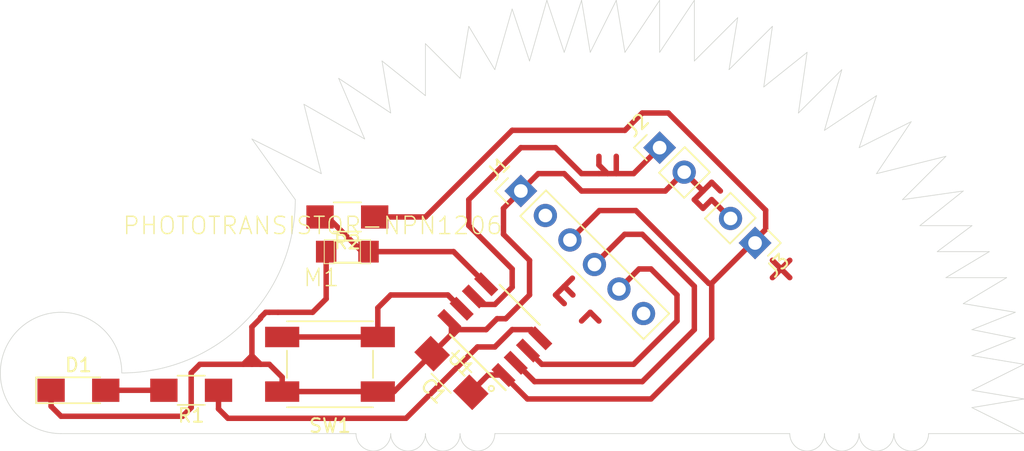
<source format=kicad_pcb>
(kicad_pcb (version 20241229) (generator "pcbnew") (generator_version "9.0")
  (layers (0 "F.Cu" signal) (2 "B.Cu" signal) (13 "F.Paste" user) (15 "B.Paste" user) (5 "F.SilkS" user) (7 "B.SilkS" user) (1 "F.Mask" user) (3 "B.Mask" user) (25 "Edge.Cuts" user))
  (net 0 "")
  (net 1 "VCC")
  (net 2 "GND")
  (net 3 "Net-(D1-Pad2)")
  (net 4 "RX")
  (net 5 "TX")
  (net 6 "UPDI")
  (net 7 "SENSOR")
  (net 8 "LED")
  (net 9 "BUTTON")
  (footprint "FabAcademy:C_1206" (layer "F.Cu") (at 117.475 98.425 135)
    (property "Reference" "C1" (at 0 -1.850001 135) (layer "F.SilkS"))
    (property "Value" "1u")
    (fp_line (start -1 -1.07) (end 1 -1.07) (stroke (width 0.12)) (layer "F.SilkS"))
    (fp_line (start 1 1.07) (end -1 1.07) (stroke (width 0.12)) (layer "F.SilkS"))
    (pad "1" smd rect (at -2.000001 0 135) (size 2 1.7) (layers "F.Cu" "F.Mask" "F.Paste") (net 1 "VCC"))
    (pad "2" smd rect (at 2.000001 0 135) (size 2 1.7) (layers "F.Cu" "F.Mask" "F.Paste") (net 2 "GND"))
  )
  (footprint "FabAcademy:LED_1206" (layer "F.Cu") (at 90.17 99.695)
    (property "Reference" "D1" (at 0 -1.85 0) (layer "F.SilkS"))
    (property "Value" "LED")
    (fp_line (start -3.1 -0.95) (end -3.1 0.95) (stroke (width 0.12)) (layer "F.SilkS"))
    (fp_line (start -3.1 -0.95) (end 1.6 -0.95) (stroke (width 0.12)) (layer "F.SilkS"))
    (fp_line (start -3.1 0.95) (end 1.6 0.95) (stroke (width 0.12)) (layer "F.SilkS"))
    (pad "1" smd rect (at -2 0) (size 2 1.7) (layers "F.Cu" "F.Mask" "F.Paste") (net 2 "GND"))
    (pad "2" smd rect (at 2 0) (size 2 1.7) (layers "F.Cu" "F.Mask" "F.Paste") (net 3 "Net-(D1-Pad2)"))
  )
  (footprint "Connector_PinHeader_2.54mm:PinHeader_1x02_P2.54mm_Vertical" (layer "F.Cu") (at 132.715 81.915 45)
    (property "Reference" "J2" (at 0 -2.33 45) (layer "F.SilkS"))
    (property "Value" "Conn_UPDI_01x02_Male")
    (fp_line (start -1.33 -1.33) (end 0 -1.33) (stroke (width 0.12)) (layer "F.SilkS"))
    (fp_line (start -1.33 0) (end -1.33 -1.33) (stroke (width 0.12)) (layer "F.SilkS"))
    (fp_line (start -1.33 1.270001) (end -1.33 3.87) (stroke (width 0.12)) (layer "F.SilkS"))
    (fp_line (start -1.33 1.270001) (end 1.33 1.270001) (stroke (width 0.12)) (layer "F.SilkS"))
    (fp_line (start -1.33 3.87) (end 1.33 3.87) (stroke (width 0.12)) (layer "F.SilkS"))
    (fp_line (start 1.33 1.270001) (end 1.33 3.87) (stroke (width 0.12)) (layer "F.SilkS"))
    (pad "1" thru_hole rect (at 0 0 45) (size 1.7 1.7) (drill 1) (layers "*.Cu" "*.Mask") (net 6 "UPDI"))
    (pad "2" thru_hole oval (at 0 2.54 45) (size 1.7 1.7) (drill 1) (layers "*.Cu" "*.Mask") (net 2 "GND"))
  )
  (footprint "FabAcademy:fab-OP1206" (layer "F.Cu") (at 109.855 89.535 180)
    (property "Reference" "M1" (at 1.905 -1.905 0) (layer "F.SilkS") (effects (font (size 1.27 1.27) (thickness 0.1016))))
    (property "Value" "PHOTOTRANSISTOR-NPN1206" (at 2.54 1.905 0) (layer "F.SilkS") (effects (font (size 1.27 1.27) (thickness 0.1016))))
    (fp_line (start 1.6891 0.8763) (end 1.6891 -0.8763) (stroke (width 0.06604)) (layer "F.SilkS"))
    (fp_line (start 0.9525 0.8763) (end 1.6891 0.8763) (stroke (width 0.06604)) (layer "F.SilkS"))
    (fp_line (start 0.9525 0.8763) (end 0.9525 -0.8763) (stroke (width 0.06604)) (layer "F.SilkS"))
    (fp_line (start 0.9525 0.8128) (end -0.9652 0.8128) (stroke (width 0.1524)) (layer "F.SilkS"))
    (fp_line (start 0.9525 -0.8128) (end -0.9652 -0.8128) (stroke (width 0.1524)) (layer "F.SilkS"))
    (fp_line (start 0.9525 -0.8763) (end 1.6891 -0.8763) (stroke (width 0.06604)) (layer "F.SilkS"))
    (fp_line (start -0.9525 0.8763) (end -0.9525 -0.8763) (stroke (width 0.06604)) (layer "F.SilkS"))
    (fp_line (start -1.6891 0.8763) (end -0.9525 0.8763) (stroke (width 0.06604)) (layer "F.SilkS"))
    (fp_line (start -1.6891 0.8763) (end -1.6891 -0.8763) (stroke (width 0.06604)) (layer "F.SilkS"))
    (fp_line (start -1.6891 -0.8763) (end -0.9525 -0.8763) (stroke (width 0.06604)) (layer "F.SilkS"))
    (pad "COLLECTOR" smd rect (at -1.5494 0 180) (size 1.4986 1.59766) (layers "F.Cu" "F.Mask" "F.Paste") (net 7 "SENSOR"))
    (pad "EMITTER" smd rect (at 1.5494 0 180) (size 1.4986 1.59766) (layers "F.Cu" "F.Mask" "F.Paste") (net 2 "GND"))
  )
  (footprint "FabAcademy:R_1206" (layer "F.Cu") (at 98.425 99.695 180)
    (property "Reference" "R1" (at 0 -1.85 0) (layer "F.SilkS"))
    (property "Value" "5k")
    (fp_line (start 1 1.07) (end -1 1.07) (stroke (width 0.12)) (layer "F.SilkS"))
    (fp_line (start -1 -1.07) (end 1 -1.07) (stroke (width 0.12)) (layer "F.SilkS"))
    (pad "1" smd rect (at -2 0 180) (size 2 1.7) (layers "F.Cu" "F.Mask" "F.Paste") (net 8 "LED"))
    (pad "2" smd rect (at 2 0 180) (size 2 1.7) (layers "F.Cu" "F.Mask" "F.Paste") (net 3 "Net-(D1-Pad2)"))
  )
  (footprint "FabAcademy:R_1206" (layer "F.Cu") (at 109.855 86.995 180)
    (property "Reference" "R2" (at 0 -1.85 0) (layer "F.SilkS"))
    (property "Value" "10k")
    (fp_line (start 1 1.07) (end -1 1.07) (stroke (width 0.12)) (layer "F.SilkS"))
    (fp_line (start -1 -1.07) (end 1 -1.07) (stroke (width 0.12)) (layer "F.SilkS"))
    (pad "1" smd rect (at -2 0 180) (size 2 1.7) (layers "F.Cu" "F.Mask" "F.Paste") (net 1 "VCC"))
    (pad "2" smd rect (at 2 0 180) (size 2 1.7) (layers "F.Cu" "F.Mask" "F.Paste") (net 7 "SENSOR"))
  )
  (footprint "FabAcademy:Button_Omron_B3SN_6x6mm" (layer "F.Cu") (at 108.585 97.79 180)
    (property "Reference" "SW1" (at 0 -4.5 0) (layer "F.SilkS"))
    (property "Value" "BUTTON_B3SN")
    (fp_line (start 3.15 3.15) (end -3.15 3.15) (stroke (width 0.12)) (layer "F.SilkS"))
    (fp_line (start 3.15 -1) (end 3.15 1) (stroke (width 0.12)) (layer "F.SilkS"))
    (fp_line (start -3.15 1) (end -3.15 -1) (stroke (width 0.12)) (layer "F.SilkS"))
    (fp_line (start -3.15 -3.15) (end 3.15 -3.15) (stroke (width 0.12)) (layer "F.SilkS"))
    (pad "1" smd rect (at -3.5 -2 180) (size 2.5 1.5) (layers "F.Cu" "F.Mask" "F.Paste") (net 2 "GND"))
    (pad "1" smd rect (at 3.5 -2 180) (size 2.5 1.5) (layers "F.Cu" "F.Mask" "F.Paste") (net 2 "GND"))
    (pad "2" smd rect (at -3.5 2 180) (size 2.5 1.5) (layers "F.Cu" "F.Mask" "F.Paste") (net 9 "BUTTON"))
    (pad "2" smd rect (at 3.5 2 180) (size 2.5 1.5) (layers "F.Cu" "F.Mask" "F.Paste") (net 9 "BUTTON"))
  )
  (footprint "FabAcademy:SOIC-8_3.9x4.9mm_P1.27mm" (layer "F.Cu") (at 120.65 95.25 135)
    (property "Reference" "U1" (at 0 -3.5 135) (layer "F.SilkS"))
    (property "Value" "Microcontroller_ATtiny412_SSFR")
    (fp_line (start -3.69 -2.575) (end 2.075001 -2.575) (stroke (width 0.15)) (layer "F.SilkS"))
    (fp_line (start -2.075001 2.575) (end 2.075001 2.575) (stroke (width 0.15)) (layer "F.SilkS"))
    (fp_circle (center -2.87 -3.229999) (end -2.67 -3.23) (stroke (width 0.12)) (fill no) (layer "F.SilkS"))
    (pad "1" smd rect (at -2.8 -1.904999 135) (size 1.8 0.7) (layers "F.Cu" "F.Mask" "F.Paste") (net 1 "VCC"))
    (pad "2" smd rect (at -2.8 -0.635 135) (size 1.8 0.7) (layers "F.Cu" "F.Mask" "F.Paste") (net 5 "TX"))
    (pad "3" smd rect (at -2.8 0.635 135) (size 1.8 0.7) (layers "F.Cu" "F.Mask" "F.Paste") (net 4 "RX"))
    (pad "4" smd rect (at -2.8 1.904999 135) (size 1.8 0.7) (layers "F.Cu" "F.Mask" "F.Paste") (net 8 "LED"))
    (pad "5" smd rect (at 2.8 1.904999 135) (size 1.8 0.7) (layers "F.Cu" "F.Mask" "F.Paste") (net 7 "SENSOR"))
    (pad "6" smd rect (at 2.8 0.635 135) (size 1.8 0.7) (layers "F.Cu" "F.Mask" "F.Paste") (net 6 "UPDI"))
    (pad "7" smd rect (at 2.8 -0.635 135) (size 1.8 0.7) (layers "F.Cu" "F.Mask" "F.Paste") (net 9 "BUTTON"))
    (pad "8" smd rect (at 2.8 -1.904999 135) (size 1.8 0.7) (layers "F.Cu" "F.Mask" "F.Paste") (net 2 "GND"))
  )
  (footprint "Connector_PinHeader_2.54mm:PinHeader_1x06_P2.54mm_Vertical" (layer "F.Cu") (at 122.555 85.09 45)
    (property "Reference" "J1" (at 0 -2.33 45) (layer "F.SilkS"))
    (property "Value" "Conn_FTDI_01x06_Male")
    (fp_line (start -1.33 -1.33) (end 0 -1.33) (stroke (width 0.12)) (layer "F.SilkS"))
    (fp_line (start -1.33 0) (end -1.33 -1.33) (stroke (width 0.12)) (layer "F.SilkS"))
    (fp_line (start -1.33 1.270001) (end 1.33 1.270001) (stroke (width 0.12)) (layer "F.SilkS"))
    (fp_line (start -1.33 1.270001) (end -1.33 14.03) (stroke (width 0.12)) (layer "F.SilkS"))
    (fp_line (start 1.33 1.270001) (end 1.33 14.03) (stroke (width 0.12)) (layer "F.SilkS"))
    (fp_line (start -1.33 14.03) (end 1.33 14.03) (stroke (width 0.12)) (layer "F.SilkS"))
    (pad "1" thru_hole rect (at 0 0 45) (size 1.7 1.7) (drill 1) (layers "*.Cu" "*.Mask") (net 2 "GND"))
    (pad "2" thru_hole oval (at 0 2.54 45) (size 1.7 1.7) (drill 1) (layers "*.Cu" "*.Mask"))
    (pad "3" thru_hole oval (at 0 5.079999 45) (size 1.7 1.7) (drill 1) (layers "*.Cu" "*.Mask") (net 1 "VCC"))
    (pad "4" thru_hole oval (at 0 7.62 45) (size 1.7 1.7) (drill 1) (layers "*.Cu" "*.Mask") (net 5 "TX"))
    (pad "5" thru_hole oval (at 0 10.16 45) (size 1.7 1.7) (drill 1) (layers "*.Cu" "*.Mask") (net 4 "RX"))
    (pad "6" thru_hole oval (at 0 12.7 45) (size 1.7 1.7) (drill 1) (layers "*.Cu" "*.Mask"))
  )
  (footprint "Connector_PinHeader_2.54mm:PinHeader_1x02_P2.54mm_Vertical" (layer "F.Cu") (at 139.7 88.9 -135)
    (property "Reference" "J3" (at 0 -2.33 45) (layer "F.SilkS"))
    (property "Value" "Conn_01x02_Male")
    (fp_line (start 1.33 1.270001) (end 1.33 3.87) (stroke (width 0.12)) (layer "F.SilkS"))
    (fp_line (start -1.33 3.87) (end 1.33 3.87) (stroke (width 0.12)) (layer "F.SilkS"))
    (fp_line (start -1.33 1.270001) (end 1.33 1.270001) (stroke (width 0.12)) (layer "F.SilkS"))
    (fp_line (start -1.33 1.270001) (end -1.33 3.87) (stroke (width 0.12)) (layer "F.SilkS"))
    (fp_line (start -1.33 0) (end -1.33 -1.33) (stroke (width 0.12)) (layer "F.SilkS"))
    (fp_line (start -1.33 -1.33) (end 0 -1.33) (stroke (width 0.12)) (layer "F.SilkS"))
    (pad "1" thru_hole rect (at 0 0 225) (size 1.7 1.7) (drill 1) (layers "*.Cu" "*.Mask") (net 1 "VCC"))
    (pad "2" thru_hole oval (at 0 2.54 225) (size 1.7 1.7) (drill 1) (layers "*.Cu" "*.Mask") (net 2 "GND"))
  )
  (gr_line (start 159.385 102.87) (end 152.4 102.87) (stroke (width 0.05)) (layer "Edge.Cuts"))
  (gr_line (start 142.24 102.87) (end 120.65 102.87) (stroke (width 0.05)) (layer "Edge.Cuts"))
  (gr_line (start 110.49 102.87) (end 88.9 102.87) (stroke (width 0.05)) (layer "Edge.Cuts"))
  (gr_line (start 155.575 97.155) (end 159.385 97.79) (stroke (width 0.05)) (layer "Edge.Cuts"))
  (gr_arc (start 106.045 85.725) (mid 102.325256 94.705256) (end 93.345 98.425) (stroke (width 0.05)) (layer "Edge.Cuts"))
  (gr_arc (start 88.9 102.87) (mid 85.75691 95.28191) (end 93.345 98.425) (stroke (width 0.05)) (layer "Edge.Cuts"))
  (gr_line (start 106.045 85.725) (end 102.87 81.28) (stroke (width 0.05)) (layer "Edge.Cuts"))
  (gr_line (start 153.035 89.535) (end 156.845 89.535) (stroke (width 0.05)) (layer "Edge.Cuts"))
  (gr_line (start 140.97 73.025) (end 140.335 77.47) (stroke (width 0.05)) (layer "Edge.Cuts"))
  (gr_line (start 148.59 83.82) (end 153.67 82.55) (stroke (width 0.05)) (layer "Edge.Cuts"))
  (gr_line (start 132.715 74.93) (end 135.255 71.12) (stroke (width 0.05)) (layer "Edge.Cuts"))
  (gr_line (start 132.715 71.12) (end 132.715 74.93) (stroke (width 0.05)) (layer "Edge.Cuts"))
  (gr_line (start 151.13 80.01) (end 148.59 83.82) (stroke (width 0.05)) (layer "Edge.Cuts"))
  (gr_line (start 125.73 74.93) (end 127 71.12) (stroke (width 0.05)) (layer "Edge.Cuts"))
  (gr_line (start 113.03 79.375) (end 112.395 75.565) (stroke (width 0.05)) (layer "Edge.Cuts"))
  (gr_line (start 120.65 76.2) (end 121.92 71.755) (stroke (width 0.05)) (layer "Edge.Cuts"))
  (gr_line (start 150.495 85.725) (end 154.94 85.09) (stroke (width 0.05)) (layer "Edge.Cuts"))
  (gr_line (start 118.745 73.025) (end 120.65 76.2) (stroke (width 0.05)) (layer "Edge.Cuts"))
  (gr_line (start 146.05 76.2) (end 144.78 80.645) (stroke (width 0.05)) (layer "Edge.Cuts"))
  (gr_arc (start 147.32 102.87) (mid 146.05 104.14) (end 144.78 102.87) (stroke (width 0.05)) (layer "Edge.Cuts"))
  (gr_line (start 159.385 97.79) (end 155.575 99.695) (stroke (width 0.05)) (layer "Edge.Cuts"))
  (gr_line (start 155.575 87.63) (end 153.035 89.535) (stroke (width 0.05)) (layer "Edge.Cuts"))
  (gr_arc (start 152.4 102.87) (mid 151.13 104.14) (end 149.86 102.87) (stroke (width 0.05)) (layer "Edge.Cuts"))
  (gr_arc (start 149.86 102.87) (mid 148.59 104.14) (end 147.32 102.87) (stroke (width 0.05)) (layer "Edge.Cuts"))
  (gr_line (start 111.125 81.28) (end 109.22 76.835) (stroke (width 0.05)) (layer "Edge.Cuts"))
  (gr_line (start 159.385 100.33) (end 155.575 100.965) (stroke (width 0.05)) (layer "Edge.Cuts"))
  (gr_line (start 124.46 71.12) (end 125.73 74.93) (stroke (width 0.05)) (layer "Edge.Cuts"))
  (gr_line (start 155.575 99.695) (end 159.385 100.33) (stroke (width 0.05)) (layer "Edge.Cuts"))
  (gr_line (start 151.765 87.63) (end 155.575 87.63) (stroke (width 0.05)) (layer "Edge.Cuts"))
  (gr_line (start 109.22 76.835) (end 113.03 79.375) (stroke (width 0.05)) (layer "Edge.Cuts"))
  (gr_line (start 153.67 82.55) (end 150.495 85.725) (stroke (width 0.05)) (layer "Edge.Cuts"))
  (gr_line (start 112.395 75.565) (end 115.57 78.105) (stroke (width 0.05)) (layer "Edge.Cuts"))
  (gr_line (start 137.795 76.2) (end 140.97 73.025) (stroke (width 0.05)) (layer "Edge.Cuts"))
  (gr_line (start 127 71.12) (end 127.635 74.93) (stroke (width 0.05)) (layer "Edge.Cuts"))
  (gr_line (start 127.635 74.93) (end 129.54 71.12) (stroke (width 0.05)) (layer "Edge.Cuts"))
  (gr_line (start 106.68 78.74) (end 111.125 81.28) (stroke (width 0.05)) (layer "Edge.Cuts"))
  (gr_line (start 142.875 79.375) (end 146.05 76.2) (stroke (width 0.05)) (layer "Edge.Cuts"))
  (gr_line (start 123.19 75.565) (end 124.46 71.12) (stroke (width 0.05)) (layer "Edge.Cuts"))
  (gr_line (start 138.43 72.39) (end 137.795 76.2) (stroke (width 0.05)) (layer "Edge.Cuts"))
  (gr_arc (start 120.65 102.87) (mid 119.38 104.14) (end 118.11 102.87) (stroke (width 0.05)) (layer "Edge.Cuts"))
  (gr_line (start 158.75 95.885) (end 155.575 97.155) (stroke (width 0.05)) (layer "Edge.Cuts"))
  (gr_line (start 154.94 93.345) (end 158.75 93.98) (stroke (width 0.05)) (layer "Edge.Cuts"))
  (gr_line (start 155.575 100.965) (end 159.385 102.87) (stroke (width 0.05)) (layer "Edge.Cuts"))
  (gr_line (start 135.255 75.565) (end 138.43 72.39) (stroke (width 0.05)) (layer "Edge.Cuts"))
  (gr_line (start 143.51 74.93) (end 142.875 79.375) (stroke (width 0.05)) (layer "Edge.Cuts"))
  (gr_line (start 130.175 74.93) (end 132.715 71.12) (stroke (width 0.05)) (layer "Edge.Cuts"))
  (gr_line (start 115.57 78.105) (end 115.57 74.295) (stroke (width 0.05)) (layer "Edge.Cuts"))
  (gr_line (start 107.95 83.82) (end 106.68 78.74) (stroke (width 0.05)) (layer "Edge.Cuts"))
  (gr_line (start 154.94 85.09) (end 151.765 87.63) (stroke (width 0.05)) (layer "Edge.Cuts"))
  (gr_arc (start 118.11 102.87) (mid 116.84 104.14) (end 115.57 102.87) (stroke (width 0.05)) (layer "Edge.Cuts"))
  (gr_line (start 148.59 78.105) (end 147.32 81.915) (stroke (width 0.05)) (layer "Edge.Cuts"))
  (gr_line (start 158.115 91.44) (end 154.94 93.345) (stroke (width 0.05)) (layer "Edge.Cuts"))
  (gr_line (start 115.57 74.295) (end 118.11 76.835) (stroke (width 0.05)) (layer "Edge.Cuts"))
  (gr_line (start 135.255 71.12) (end 135.255 75.565) (stroke (width 0.05)) (layer "Edge.Cuts"))
  (gr_line (start 147.32 81.915) (end 151.13 80.01) (stroke (width 0.05)) (layer "Edge.Cuts"))
  (gr_line (start 155.575 95.25) (end 158.75 95.885) (stroke (width 0.05)) (layer "Edge.Cuts"))
  (gr_line (start 153.67 91.44) (end 158.115 91.44) (stroke (width 0.05)) (layer "Edge.Cuts"))
  (gr_line (start 121.92 71.755) (end 123.19 75.565) (stroke (width 0.05)) (layer "Edge.Cuts"))
  (gr_line (start 129.54 71.12) (end 130.175 74.93) (stroke (width 0.05)) (layer "Edge.Cuts"))
  (gr_line (start 158.75 93.98) (end 155.575 95.25) (stroke (width 0.05)) (layer "Edge.Cuts"))
  (gr_arc (start 113.03 102.87) (mid 111.76 104.14) (end 110.49 102.87) (stroke (width 0.05)) (layer "Edge.Cuts"))
  (gr_line (start 156.845 89.535) (end 153.67 91.44) (stroke (width 0.05)) (layer "Edge.Cuts"))
  (gr_arc (start 115.57 102.87) (mid 114.3 104.14) (end 113.03 102.87) (stroke (width 0.05)) (layer "Edge.Cuts"))
  (gr_line (start 144.78 80.645) (end 148.59 78.105) (stroke (width 0.05)) (layer "Edge.Cuts"))
  (gr_line (start 102.87 81.28) (end 107.95 83.82) (stroke (width 0.05)) (layer "Edge.Cuts"))
  (gr_line (start 140.335 77.47) (end 143.51 74.93) (stroke (width 0.05)) (layer "Edge.Cuts"))
  (gr_line (start 118.11 76.835) (end 118.745 73.025) (stroke (width 0.05)) (layer "Edge.Cuts"))
  (gr_arc (start 144.78 102.87) (mid 143.51 104.14) (end 142.24 102.87) (stroke (width 0.05)) (layer "Edge.Cuts"))
  (segment (start 140.97 90.17) (end 142.24 91.44) (width 0.4) (layer "F.Cu") (net 0))
  (segment (start 125.73 92.075) (end 126.365 92.71) (width 0.4) (layer "F.Cu") (net 0))
  (segment (start 127 94.615) (end 127.635 93.98) (width 0.4) (layer "F.Cu") (net 0))
  (segment (start 125.095 92.71) (end 126.326844 91.478156) (width 0.4) (layer "F.Cu") (net 0))
  (segment (start 125.73 93.345) (end 125.095 92.71) (width 0.4) (layer "F.Cu") (net 0))
  (segment (start 128.27 94.615) (end 127.635 93.98) (width 0.4) (layer "F.Cu") (net 0))
  (segment (start 142.24 90.17) (end 140.97 91.44) (width 0.4) (layer "F.Cu") (net 0))
  (segment (start 140.474934 87.907168) (end 139.591051 88.791051) (width 0.4) (layer "F.Cu") (net 1))
  (segment (start 115.57 86.995) (end 121.92 80.645) (width 0.4) (layer "F.Cu") (net 1))
  (segment (start 136.525 91.857102) (end 136.307102 91.857102) (width 0.4) (layer "F.Cu") (net 1))
  (segment (start 133.35 79.375) (end 140.474934 86.499934) (width 0.4) (layer "F.Cu") (net 1))
  (segment (start 120.151491 98.576937) (end 118.889214 99.839214) (width 0.4) (layer "F.Cu") (net 1))
  (segment (start 126.435984 88.39322) (end 126.147102 88.682102) (width 0.4) (layer "F.Cu") (net 1))
  (segment (start 121.92 80.645) (end 130.175 80.645) (width 0.4) (layer "F.Cu") (net 1))
  (segment (start 139.591051 88.791051) (end 136.525 91.857102) (width 0.4) (layer "F.Cu") (net 1))
  (segment (start 140.474934 86.499934) (end 140.474934 87.907168) (width 0.4) (layer "F.Cu") (net 1))
  (segment (start 130.975008 86.525008) (end 128.304196 86.525008) (width 0.4) (layer "F.Cu") (net 1))
  (segment (start 123.035924 100.33) (end 121.282861 98.576937) (width 0.4) (layer "F.Cu") (net 1))
  (segment (start 111.855 86.995) (end 115.57 86.995) (width 0.4) (layer "F.Cu") (net 1))
  (segment (start 136.525 91.857102) (end 136.525 95.885) (width 0.4) (layer "F.Cu") (net 1))
  (segment (start 130.175 80.645) (end 131.445 79.375) (width 0.4) (layer "F.Cu") (net 1))
  (segment (start 136.307102 91.857102) (end 130.975008 86.525008) (width 0.4) (layer "F.Cu") (net 1))
  (segment (start 136.525 95.885) (end 132.08 100.33) (width 0.4) (layer "F.Cu") (net 1))
  (segment (start 121.282861 98.576937) (end 120.151491 98.576937) (width 0.4) (layer "F.Cu") (net 1))
  (segment (start 121.130924 98.425) (end 121.282861 98.576937) (width 0.4) (layer "F.Cu") (net 1))
  (segment (start 131.445 79.375) (end 133.35 79.375) (width 0.4) (layer "F.Cu") (net 1))
  (segment (start 126.147102 88.682102) (end 128.304196 86.525008) (width 0.4) (layer "F.Cu") (net 1))
  (segment (start 132.08 100.33) (end 123.035924 100.33) (width 0.4) (layer "F.Cu") (net 1))
  (segment (start 104.14 93.98) (end 103.879537 93.98) (width 0.4) (layer "F.Cu") (net 2))
  (segment (start 102.87 97.79) (end 103.505 97.79) (width 0.4) (layer "F.Cu") (net 2))
  (segment (start 103.879537 93.98) (end 103.500345 94.359192) (width 0.4) (layer "F.Cu") (net 2))
  (segment (start 98.425 100.965) (end 98.425 98.425) (width 0.4) (layer "F.Cu") (net 2))
  (segment (start 120.815008 94.449992) (end 121.450008 94.449992) (width 0.4) (layer "F.Cu") (net 2))
  (segment (start 113.281572 99.79) (end 116.060786 97.010786) (width 0.4) (layer "F.Cu") (net 2))
  (segment (start 133.132102 85.09) (end 127 85.09) (width 0.4) (layer "F.Cu") (net 2))
  (segment (start 103.505 97.79) (end 104.14 97.79) (width 0.4) (layer "F.Cu") (net 2))
  (segment (start 102.87 95.048331) (end 102.87 97.155) (width 0.4) (layer "F.Cu") (net 2))
  (segment (start 102.87 97.155) (end 102.235 97.79) (width 0.4) (layer "F.Cu") (net 2))
  (segment (start 117.955924 95.25) (end 120.015 95.25) (width 0.4) (layer "F.Cu") (net 2))
  (segment (start 121.450008 94.449992) (end 123.19 92.71) (width 0.4) (layer "F.Cu") (net 2))
  (segment (start 137.795 86.995) (end 137.16 86.36) (width 0.4) (layer "F.Cu") (net 2))
  (segment (start 136.525 84.455) (end 137.16 85.09) (width 0.4) (layer "F.Cu") (net 2))
  (segment (start 120.015 95.25) (end 120.815008 94.449992) (width 0.4) (layer "F.Cu") (net 2))
  (segment (start 108.3056 89.535) (end 108.3056 92.9894) (width 0.4) (layer "F.Cu") (net 2))
  (segment (start 88.17 99.695) (end 88.17 100.87) (width 0.4) (layer "F.Cu") (net 2))
  (segment (start 98.425 98.425) (end 99.06 97.79) (width 0.4) (layer "F.Cu") (net 2))
  (segment (start 104.14 97.79) (end 105.085 98.735) (width 0.4) (layer "F.Cu") (net 2))
  (segment (start 134.511051 83.711051) (end 133.132102 85.09) (width 0.4) (layer "F.Cu") (net 2))
  (segment (start 135.89 86.36) (end 135.255 85.725) (width 0.4) (layer "F.Cu") (net 2))
  (segment (start 127 85.09) (end 125.73 83.82) (width 0.4) (layer "F.Cu") (net 2))
  (segment (start 135.89 86.36) (end 136.525 85.725) (width 0.4) (layer "F.Cu") (net 2))
  (segment (start 103.500345 94.359192) (end 103.500345 94.417986) (width 0.4) (layer "F.Cu") (net 2))
  (segment (start 137.16 86.36) (end 136.525 85.725) (width 0.4) (layer "F.Cu") (net 2))
  (segment (start 108.3056 89.609465) (end 108.3056 89.535) (width 0.4) (layer "F.Cu") (net 2))
  (segment (start 134.511051 83.711051) (end 135.255 84.455) (width 0.4) (layer "F.Cu") (net 2))
  (segment (start 108.3056 92.9894) (end 107.315 93.98) (width 0.4) (layer "F.Cu") (net 2))
  (segment (start 123.19 92.71) (end 123.19 90.17) (width 0.4) (layer "F.Cu") (net 2))
  (segment (start 97.79 101.6) (end 98.425 100.965) (width 0.4) (layer "F.Cu") (net 2))
  (segment (start 125.73 83.82) (end 123.825 83.82) (width 0.4) (layer "F.Cu") (net 2))
  (segment (start 88.17 99.695) (end 88.17 100.235) (width 0.4) (layer "F.Cu") (net 2))
  (segment (start 107.315 93.98) (end 104.775 93.98) (width 0.4) (layer "F.Cu") (net 2))
  (segment (start 121.285 86.36) (end 122.555 85.09) (width 0.4) (layer "F.Cu") (net 2))
  (segment (start 135.89 85.09) (end 135.255 84.455) (width 0.4) (layer "F.Cu") (net 2))
  (segment (start 102.87 97.155) (end 103.505 97.79) (width 0.4) (layer "F.Cu") (net 2))
  (segment (start 105.085 99.79) (end 112.085 99.79) (width 0.4) (layer "F.Cu") (net 2))
  (segment (start 117.475 95.596572) (end 117.609352 95.596572) (width 0.4) (layer "F.Cu") (net 2))
  (segment (start 88.17 100.87) (end 88.9 101.6) (width 0.4) (layer "F.Cu") (net 2))
  (segment (start 117.609352 95.596572) (end 117.955924 95.25) (width 0.4) (layer "F.Cu") (net 2))
  (segment (start 88.9 101.6) (end 97.79 101.6) (width 0.4) (layer "F.Cu") (net 2))
  (segment (start 112.085 99.79) (end 113.281572 99.79) (width 0.4) (layer "F.Cu") (net 2))
  (segment (start 104.775 93.98) (end 104.14 93.98) (width 0.4) (layer "F.Cu") (net 2))
  (segment (start 117.323063 94.617139) (end 117.955924 95.25) (width 0.4) (layer "F.Cu") (net 2))
  (segment (start 116.060786 97.010786) (end 117.475 95.596572) (width 0.4) (layer "F.Cu") (net 2))
  (segment (start 135.89 85.09) (end 136.525 84.455) (width 0.4) (layer "F.Cu") (net 2))
  (segment (start 99.06 97.79) (end 102.87 97.79) (width 0.4) (layer "F.Cu") (net 2))
  (segment (start 135.255 85.725) (end 135.89 85.09) (width 0.4) (layer "F.Cu") (net 2))
  (segment (start 103.500345 94.417986) (end 102.87 95.048331) (width 0.4) (layer "F.Cu") (net 2))
  (segment (start 117.475 94.769076) (end 117.323063 94.617139) (width 0.4) (layer "F.Cu") (net 2))
  (segment (start 123.19 90.17) (end 121.285 88.265) (width 0.4) (layer "F.Cu") (net 2))
  (segment (start 122.555 85.09) (end 123.825 83.82) (width 0.4) (layer "F.Cu") (net 2))
  (segment (start 117.475 95.596572) (end 117.475 94.769076) (width 0.4) (layer "F.Cu") (net 2))
  (segment (start 102.87 97.79) (end 102.87 97.155) (width 0.4) (layer "F.Cu") (net 2))
  (segment (start 121.285 88.265) (end 121.285 86.36) (width 0.4) (layer "F.Cu") (net 2))
  (segment (start 105.085 98.735) (end 105.085 99.79) (width 0.4) (layer "F.Cu") (net 2))
  (segment (start 92.17 99.695) (end 96.425 99.695) (width 0.4) (layer "F.Cu") (net 3))
  (segment (start 124.088026 97.79) (end 123.078912 96.780886) (width 0.4) (layer "F.Cu") (net 4))
  (segment (start 132.08 90.805) (end 133.985 92.71) (width 0.4) (layer "F.Cu") (net 4))
  (segment (start 133.985 94.615) (end 130.81 97.79) (width 0.4) (layer "F.Cu") (net 4))
  (segment (start 131.20841 90.805) (end 132.08 90.805) (width 0.4) (layer "F.Cu") (net 4))
  (segment (start 130.81 97.79) (end 124.088026 97.79) (width 0.4) (layer "F.Cu") (net 4))
  (segment (start 133.985 92.71) (end 133.985 94.615) (width 0.4) (layer "F.Cu") (net 4))
  (segment (start 129.739205 92.274205) (end 131.20841 90.805) (width 0.4) (layer "F.Cu") (net 4))
  (segment (start 130.156308 88.265) (end 131.445 88.265) (width 0.4) (layer "F.Cu") (net 5))
  (segment (start 131.445 99.06) (end 123.561974 99.06) (width 0.4) (layer "F.Cu") (net 5))
  (segment (start 123.561974 99.06) (end 122.180886 97.678912) (width 0.4) (layer "F.Cu") (net 5))
  (segment (start 135.255 95.25) (end 131.445 99.06) (width 0.4) (layer "F.Cu") (net 5))
  (segment (start 135.255 92.075) (end 135.255 95.25) (width 0.4) (layer "F.Cu") (net 5))
  (segment (start 131.445 88.265) (end 135.255 92.075) (width 0.4) (layer "F.Cu") (net 5))
  (segment (start 127.943154 90.478154) (end 130.156308 88.265) (width 0.4) (layer "F.Cu") (net 5))
  (segment (start 118.745 85.725) (end 118.745 87.63) (width 0.4) (layer "F.Cu") (net 6))
  (segment (start 125.095 81.915) (end 127 83.82) (width 0.4) (layer "F.Cu") (net 6))
  (segment (start 119.704982 93.406956) (end 119.119114 92.821088) (width 0.4) (layer "F.Cu") (net 6))
  (segment (start 118.745 87.63) (end 121.92 90.805) (width 0.4) (layer "F.Cu") (net 6))
  (segment (start 130.81 83.82) (end 132.715 81.915) (width 0.4) (layer "F.Cu") (net 6))
  (segment (start 128.27 83.185) (end 128.27 82.55) (width 0.4) (layer "F.Cu") (net 6))
  (segment (start 129.54 83.82) (end 130.81 83.82) (width 0.4) (layer "F.Cu") (net 6))
  (segment (start 128.905 83.82) (end 128.27 83.185) (width 0.4) (layer "F.Cu") (net 6))
  (segment (start 128.27 83.82) (end 128.905 83.82) (width 0.4) (layer "F.Cu") (net 6))
  (segment (start 125.095 81.915) (end 122.555 81.915) (width 0.4) (layer "F.Cu") (net 6))
  (segment (start 128.905 83.82) (end 129.54 83.82) (width 0.4) (layer "F.Cu") (net 6))
  (segment (start 121.92 92.141538) (end 120.654582 93.406956) (width 0.4) (layer "F.Cu") (net 6))
  (segment (start 121.92 90.805) (end 121.92 92.141538) (width 0.4) (layer "F.Cu") (net 6))
  (segment (start 127 83.82) (end 128.27 83.82) (width 0.4) (layer "F.Cu") (net 6))
  (segment (start 120.654582 93.406956) (end 119.704982 93.406956) (width 0.4) (layer "F.Cu") (net 6))
  (segment (start 129.54 83.82) (end 129.54 82.55) (width 0.4) (layer "F.Cu") (net 6))
  (segment (start 122.555 81.915) (end 118.745 85.725) (width 0.4) (layer "F.Cu") (net 6))
  (segment (start 111.4044 89.535) (end 117.629076 89.535) (width 0.4) (layer "F.Cu") (net 7))
  (segment (start 108.393732 86.995) (end 110.933732 89.535) (width 0.4) (layer "F.Cu") (net 7))
  (segment (start 110.933732 89.535) (end 111.4044 89.535) (width 0.4) (layer "F.Cu") (net 7))
  (segment (start 117.629076 89.535) (end 120.017139 91.923063) (width 0.4) (layer "F.Cu") (net 7))
  (segment (start 107.855 86.995) (end 108.393732 86.995) (width 0.4) (layer "F.Cu") (net 7))
  (segment (start 119.38 96.52) (end 120.65 96.52) (width 0.4) (layer "F.Cu") (net 8))
  (segment (start 121.92 95.25) (end 123.344076 95.25) (width 0.4) (layer "F.Cu") (net 8))
  (segment (start 100.425 99.695) (end 100.425 101.06) (width 0.4) (layer "F.Cu") (net 8))
  (segment (start 114.152628 101.747372) (end 119.38 96.52) (width 0.4) (layer "F.Cu") (net 8))
  (segment (start 100.425 101.06) (end 101.112372 101.747372) (width 0.4) (layer "F.Cu") (net 8))
  (segment (start 123.344076 95.25) (end 123.976937 95.882861) (width 0.4) (layer "F.Cu") (net 8))
  (segment (start 101.112372 101.747372) (end 114.152628 101.747372) (width 0.4) (layer "F.Cu") (net 8))
  (segment (start 120.65 96.52) (end 121.92 95.25) (width 0.4) (layer "F.Cu") (net 8))
  (segment (start 117.211974 92.71) (end 118.221088 93.719114) (width 0.4) (layer "F.Cu") (net 9))
  (segment (start 113.03 92.71) (end 117.211974 92.71) (width 0.4) (layer "F.Cu") (net 9))
  (segment (start 105.085 95.79) (end 112.085 95.79) (width 0.4) (layer "F.Cu") (net 9))
  (segment (start 112.085 95.79) (end 112.085 93.655) (width 0.4) (layer "F.Cu") (net 9))
  (segment (start 112.085 93.655) (end 113.03 92.71) (width 0.4) (layer "F.Cu") (net 9))
)
</source>
